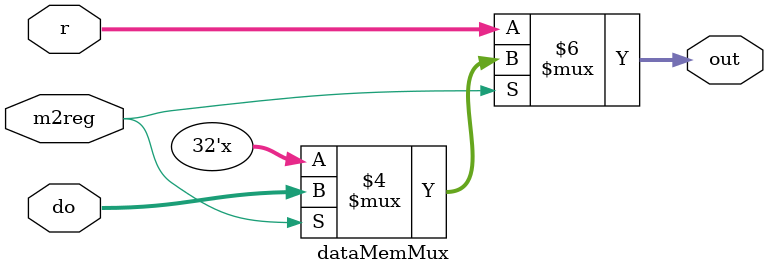
<source format=v>
`timescale 1ns / 1ps


module dataMemMux(
    input m2reg,
    input [31:00] do, //out from DataMem
    input [31:00] r, //from ALU
    output reg [31:00] out
    );

        always @(*) begin
        if (m2reg == 1) begin
            out <= do;
        end
        if (m2reg == 0) begin
            out <= r;
        end    
    end   
endmodule




</source>
